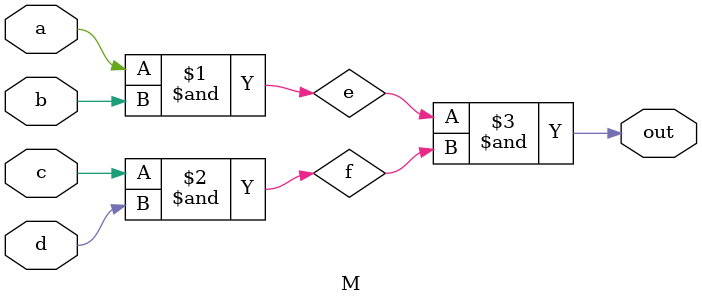
<source format=v>
module M(a,b,c,d,out);

input a ,b,c,d;
wire e,f;
output out ;

//path delay modelling
specify

(a=>out) = 9 ;
(b=>out) = 9 ;
(c=>out) = 11 ;
(d=>out) = 11 ;

endspecify

//gate instantiation 
and a1(e,a,b);
and a2(f,c,d);
and a3(out,e,f);

endmodule

</source>
